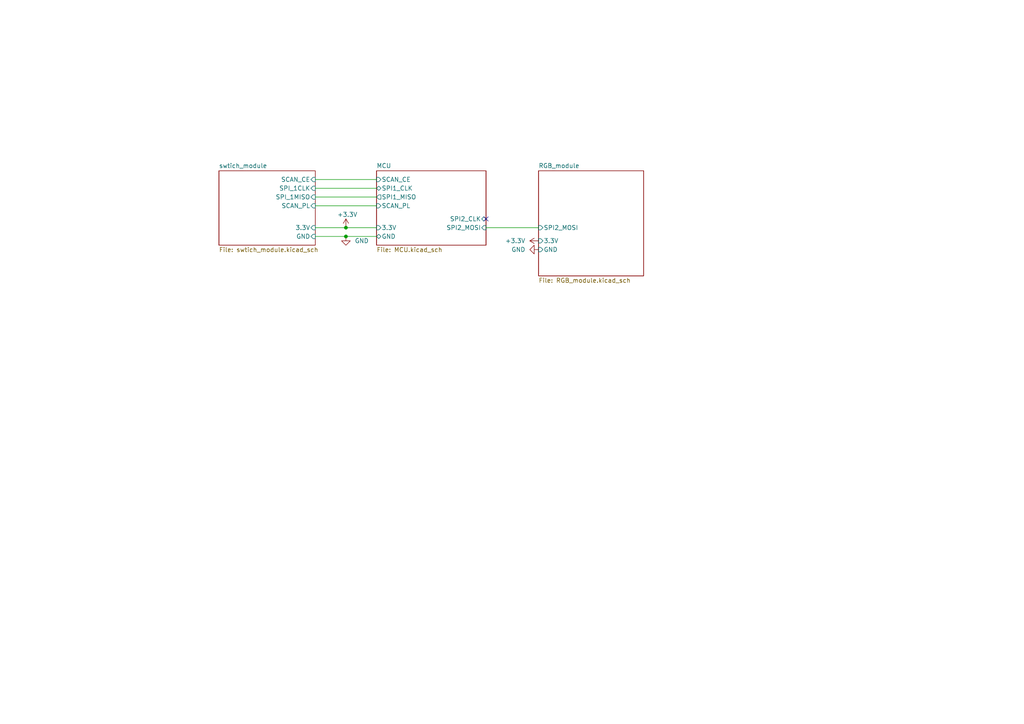
<source format=kicad_sch>
(kicad_sch (version 20211123) (generator eeschema)

  (uuid 764683c5-ab14-47c9-b3b8-9ee379bab909)

  (paper "A4")

  (lib_symbols
    (symbol "power:+3.3V" (power) (pin_names (offset 0)) (in_bom yes) (on_board yes)
      (property "Reference" "#PWR" (id 0) (at 0 -3.81 0)
        (effects (font (size 1.27 1.27)) hide)
      )
      (property "Value" "+3.3V" (id 1) (at 0 3.556 0)
        (effects (font (size 1.27 1.27)))
      )
      (property "Footprint" "" (id 2) (at 0 0 0)
        (effects (font (size 1.27 1.27)) hide)
      )
      (property "Datasheet" "" (id 3) (at 0 0 0)
        (effects (font (size 1.27 1.27)) hide)
      )
      (property "ki_keywords" "power-flag" (id 4) (at 0 0 0)
        (effects (font (size 1.27 1.27)) hide)
      )
      (property "ki_description" "Power symbol creates a global label with name \"+3.3V\"" (id 5) (at 0 0 0)
        (effects (font (size 1.27 1.27)) hide)
      )
      (symbol "+3.3V_0_1"
        (polyline
          (pts
            (xy -0.762 1.27)
            (xy 0 2.54)
          )
          (stroke (width 0) (type default) (color 0 0 0 0))
          (fill (type none))
        )
        (polyline
          (pts
            (xy 0 0)
            (xy 0 2.54)
          )
          (stroke (width 0) (type default) (color 0 0 0 0))
          (fill (type none))
        )
        (polyline
          (pts
            (xy 0 2.54)
            (xy 0.762 1.27)
          )
          (stroke (width 0) (type default) (color 0 0 0 0))
          (fill (type none))
        )
      )
      (symbol "+3.3V_1_1"
        (pin power_in line (at 0 0 90) (length 0) hide
          (name "+3.3V" (effects (font (size 1.27 1.27))))
          (number "1" (effects (font (size 1.27 1.27))))
        )
      )
    )
    (symbol "power:GND" (power) (pin_names (offset 0)) (in_bom yes) (on_board yes)
      (property "Reference" "#PWR" (id 0) (at 0 -6.35 0)
        (effects (font (size 1.27 1.27)) hide)
      )
      (property "Value" "GND" (id 1) (at 0 -3.81 0)
        (effects (font (size 1.27 1.27)))
      )
      (property "Footprint" "" (id 2) (at 0 0 0)
        (effects (font (size 1.27 1.27)) hide)
      )
      (property "Datasheet" "" (id 3) (at 0 0 0)
        (effects (font (size 1.27 1.27)) hide)
      )
      (property "ki_keywords" "power-flag" (id 4) (at 0 0 0)
        (effects (font (size 1.27 1.27)) hide)
      )
      (property "ki_description" "Power symbol creates a global label with name \"GND\" , ground" (id 5) (at 0 0 0)
        (effects (font (size 1.27 1.27)) hide)
      )
      (symbol "GND_0_1"
        (polyline
          (pts
            (xy 0 0)
            (xy 0 -1.27)
            (xy 1.27 -1.27)
            (xy 0 -2.54)
            (xy -1.27 -1.27)
            (xy 0 -1.27)
          )
          (stroke (width 0) (type default) (color 0 0 0 0))
          (fill (type none))
        )
      )
      (symbol "GND_1_1"
        (pin power_in line (at 0 0 270) (length 0) hide
          (name "GND" (effects (font (size 1.27 1.27))))
          (number "1" (effects (font (size 1.27 1.27))))
        )
      )
    )
  )

  (junction (at 100.33 66.04) (diameter 0) (color 0 0 0 0)
    (uuid 7351b99d-0181-44c6-bda8-af9552bb667d)
  )
  (junction (at 100.33 68.58) (diameter 0) (color 0 0 0 0)
    (uuid a6811f48-d979-48f7-a9ee-77742b1a73fe)
  )

  (no_connect (at 140.97 63.5) (uuid eb567358-f3f8-4070-bed5-c00ffad4433f))

  (wire (pts (xy 91.44 57.15) (xy 109.22 57.15))
    (stroke (width 0) (type default) (color 0 0 0 0))
    (uuid 09a295ee-8561-432e-8268-7997fcecf745)
  )
  (wire (pts (xy 91.44 52.07) (xy 109.22 52.07))
    (stroke (width 0) (type default) (color 0 0 0 0))
    (uuid 1a5a69f5-c0ce-4eb1-af54-ee21d1db3780)
  )
  (wire (pts (xy 91.44 59.69) (xy 109.22 59.69))
    (stroke (width 0) (type default) (color 0 0 0 0))
    (uuid 5177a9ce-673d-4011-9c24-67efe695a556)
  )
  (wire (pts (xy 91.44 68.58) (xy 100.33 68.58))
    (stroke (width 0) (type default) (color 0 0 0 0))
    (uuid 79201d8d-a623-41e5-b835-56e7327bd777)
  )
  (wire (pts (xy 100.33 66.04) (xy 109.22 66.04))
    (stroke (width 0) (type default) (color 0 0 0 0))
    (uuid 80b21afd-9207-4955-89ca-e8be1318d1ab)
  )
  (wire (pts (xy 100.33 68.58) (xy 109.22 68.58))
    (stroke (width 0) (type default) (color 0 0 0 0))
    (uuid 80e992b1-2ad0-4843-83e6-06e6792e6ded)
  )
  (wire (pts (xy 91.44 66.04) (xy 100.33 66.04))
    (stroke (width 0) (type default) (color 0 0 0 0))
    (uuid 8efe7bb1-0517-4637-9c54-af3e9c41ab04)
  )
  (wire (pts (xy 91.44 54.61) (xy 109.22 54.61))
    (stroke (width 0) (type default) (color 0 0 0 0))
    (uuid abc5da1c-9677-4e3e-95da-ee0cf6a150e9)
  )
  (wire (pts (xy 140.97 66.04) (xy 156.21 66.04))
    (stroke (width 0) (type default) (color 0 0 0 0))
    (uuid bbee9cb9-a1d4-4918-816b-ae2373691fef)
  )

  (symbol (lib_id "power:+3.3V") (at 156.21 69.85 90) (unit 1)
    (in_bom yes) (on_board yes) (fields_autoplaced)
    (uuid bb609487-42fc-4f02-8373-364a4ceaab1a)
    (property "Reference" "#PWR03" (id 0) (at 160.02 69.85 0)
      (effects (font (size 1.27 1.27)) hide)
    )
    (property "Value" "+3.3V" (id 1) (at 152.4 69.8499 90)
      (effects (font (size 1.27 1.27)) (justify left))
    )
    (property "Footprint" "" (id 2) (at 156.21 69.85 0)
      (effects (font (size 1.27 1.27)) hide)
    )
    (property "Datasheet" "" (id 3) (at 156.21 69.85 0)
      (effects (font (size 1.27 1.27)) hide)
    )
    (pin "1" (uuid 35624c3e-338d-4527-9bb5-0322c80e7ed4))
  )

  (symbol (lib_id "power:GND") (at 100.33 68.58 0) (unit 1)
    (in_bom yes) (on_board yes) (fields_autoplaced)
    (uuid c009a638-e980-4c3d-a517-913d8354c46d)
    (property "Reference" "#PWR02" (id 0) (at 100.33 74.93 0)
      (effects (font (size 1.27 1.27)) hide)
    )
    (property "Value" "GND" (id 1) (at 102.87 69.8499 0)
      (effects (font (size 1.27 1.27)) (justify left))
    )
    (property "Footprint" "" (id 2) (at 100.33 68.58 0)
      (effects (font (size 1.27 1.27)) hide)
    )
    (property "Datasheet" "" (id 3) (at 100.33 68.58 0)
      (effects (font (size 1.27 1.27)) hide)
    )
    (pin "1" (uuid c0eab9a6-16fe-4ac8-bd3e-4bd9d415d6fd))
  )

  (symbol (lib_id "power:+3.3V") (at 100.33 66.04 0) (unit 1)
    (in_bom yes) (on_board yes)
    (uuid d5524b9d-8b14-4fa1-8d10-8afe2d8cf3d5)
    (property "Reference" "#PWR01" (id 0) (at 100.33 69.85 0)
      (effects (font (size 1.27 1.27)) hide)
    )
    (property "Value" "+3.3V" (id 1) (at 97.79 62.23 0)
      (effects (font (size 1.27 1.27)) (justify left))
    )
    (property "Footprint" "" (id 2) (at 100.33 66.04 0)
      (effects (font (size 1.27 1.27)) hide)
    )
    (property "Datasheet" "" (id 3) (at 100.33 66.04 0)
      (effects (font (size 1.27 1.27)) hide)
    )
    (pin "1" (uuid 8716af56-91c0-416e-8c71-dd32170f1857))
  )

  (symbol (lib_id "power:GND") (at 156.21 72.39 270) (unit 1)
    (in_bom yes) (on_board yes) (fields_autoplaced)
    (uuid e763e984-b3f8-4853-bcfc-a1e15ee1637f)
    (property "Reference" "#PWR04" (id 0) (at 149.86 72.39 0)
      (effects (font (size 1.27 1.27)) hide)
    )
    (property "Value" "GND" (id 1) (at 152.4 72.3899 90)
      (effects (font (size 1.27 1.27)) (justify right))
    )
    (property "Footprint" "" (id 2) (at 156.21 72.39 0)
      (effects (font (size 1.27 1.27)) hide)
    )
    (property "Datasheet" "" (id 3) (at 156.21 72.39 0)
      (effects (font (size 1.27 1.27)) hide)
    )
    (pin "1" (uuid 1bdd2541-4bb8-4fb1-bc92-e121623ff427))
  )

  (sheet (at 156.21 49.53) (size 30.48 30.48) (fields_autoplaced)
    (stroke (width 0.1524) (type solid) (color 0 0 0 0))
    (fill (color 0 0 0 0.0000))
    (uuid 79706027-7fb4-4ad5-a4f8-a1c130dbb83e)
    (property "Sheet name" "RGB_module" (id 0) (at 156.21 48.8184 0)
      (effects (font (size 1.27 1.27)) (justify left bottom))
    )
    (property "Sheet file" "RGB_module.kicad_sch" (id 1) (at 156.21 80.5946 0)
      (effects (font (size 1.27 1.27)) (justify left top))
    )
    (pin "3.3V" input (at 156.21 69.85 180)
      (effects (font (size 1.27 1.27)) (justify left))
      (uuid 19d5c892-a1d3-4594-827d-e95c81afb25e)
    )
    (pin "GND" input (at 156.21 72.39 180)
      (effects (font (size 1.27 1.27)) (justify left))
      (uuid b9f0855a-c710-4eb4-9bce-36e7f4afaf7f)
    )
    (pin "SPI2_MOSI" input (at 156.21 66.04 180)
      (effects (font (size 1.27 1.27)) (justify left))
      (uuid 1ca5205b-61e0-46d2-8f46-8f927fb833dc)
    )
  )

  (sheet (at 63.5 49.53) (size 27.94 21.59) (fields_autoplaced)
    (stroke (width 0.1524) (type solid) (color 0 0 0 0))
    (fill (color 0 0 0 0.0000))
    (uuid a71823fa-5d62-439d-a37f-77904098eafd)
    (property "Sheet name" "swtich_module" (id 0) (at 63.5 48.8184 0)
      (effects (font (size 1.27 1.27)) (justify left bottom))
    )
    (property "Sheet file" "swtich_module.kicad_sch" (id 1) (at 63.5 71.7046 0)
      (effects (font (size 1.27 1.27)) (justify left top))
    )
    (pin "GND" input (at 91.44 68.58 0)
      (effects (font (size 1.27 1.27)) (justify right))
      (uuid 91fd1dba-c60e-43cd-9ed8-f9a209014187)
    )
    (pin "3.3V" input (at 91.44 66.04 0)
      (effects (font (size 1.27 1.27)) (justify right))
      (uuid 174e24a6-79a0-4301-bebe-06bd38da6818)
    )
    (pin "SCAN_PL" input (at 91.44 59.69 0)
      (effects (font (size 1.27 1.27)) (justify right))
      (uuid 4b4f499a-21fa-4715-b990-697efa754750)
    )
    (pin "SPI_1CLK" input (at 91.44 54.61 0)
      (effects (font (size 1.27 1.27)) (justify right))
      (uuid efa42899-10df-46b7-b23c-2fbadd5e8298)
    )
    (pin "SCAN_CE" input (at 91.44 52.07 0)
      (effects (font (size 1.27 1.27)) (justify right))
      (uuid 3a60c40f-2d0b-47d2-a66f-6362aadd5a2e)
    )
    (pin "SPI_1MISO" input (at 91.44 57.15 0)
      (effects (font (size 1.27 1.27)) (justify right))
      (uuid 8e9bd989-da6c-4d64-abcd-61c8eea73a30)
    )
  )

  (sheet (at 109.22 49.53) (size 31.75 21.59) (fields_autoplaced)
    (stroke (width 0.1524) (type solid) (color 0 0 0 0))
    (fill (color 0 0 0 0.0000))
    (uuid de2d01bc-f98d-4ad9-8bd4-15a00dcfa803)
    (property "Sheet name" "MCU" (id 0) (at 109.22 48.8184 0)
      (effects (font (size 1.27 1.27)) (justify left bottom))
    )
    (property "Sheet file" "MCU.kicad_sch" (id 1) (at 109.22 71.7046 0)
      (effects (font (size 1.27 1.27)) (justify left top))
    )
    (pin "3.3V" input (at 109.22 66.04 180)
      (effects (font (size 1.27 1.27)) (justify left))
      (uuid 66179e3a-4358-4087-8415-ab4ff1971bcc)
    )
    (pin "SCAN_CE" input (at 109.22 52.07 180)
      (effects (font (size 1.27 1.27)) (justify left))
      (uuid 375465a3-0754-40e8-b0c3-9b14cae6bf71)
    )
    (pin "SPI1_CLK" bidirectional (at 109.22 54.61 180)
      (effects (font (size 1.27 1.27)) (justify left))
      (uuid ac66cff2-23e6-4c2d-ad35-1e5c824cd961)
    )
    (pin "SPI1_MISO" output (at 109.22 57.15 180)
      (effects (font (size 1.27 1.27)) (justify left))
      (uuid 9acc7388-e9f2-42ff-a778-4caf452db8f0)
    )
    (pin "SCAN_PL" input (at 109.22 59.69 180)
      (effects (font (size 1.27 1.27)) (justify left))
      (uuid efd6a3fa-1559-4c7d-b59f-6b3093e8bc8d)
    )
    (pin "GND" bidirectional (at 109.22 68.58 180)
      (effects (font (size 1.27 1.27)) (justify left))
      (uuid e8120c9d-ea25-4312-8918-a710ee7a1445)
    )
    (pin "SPI2_CLK" bidirectional (at 140.97 63.5 0)
      (effects (font (size 1.27 1.27)) (justify right))
      (uuid f1331d05-b3a0-48f5-bb73-a73b08d3b3c8)
    )
    (pin "SPI2_MOSI" input (at 140.97 66.04 0)
      (effects (font (size 1.27 1.27)) (justify right))
      (uuid 4b841c4e-b37c-48c6-ad3d-d17a12b3529f)
    )
  )

  (sheet_instances
    (path "/" (page "1"))
    (path "/a71823fa-5d62-439d-a37f-77904098eafd" (page "2"))
    (path "/79706027-7fb4-4ad5-a4f8-a1c130dbb83e" (page "3"))
    (path "/de2d01bc-f98d-4ad9-8bd4-15a00dcfa803" (page "4"))
  )

  (symbol_instances
    (path "/d5524b9d-8b14-4fa1-8d10-8afe2d8cf3d5"
      (reference "#PWR01") (unit 1) (value "+3.3V") (footprint "")
    )
    (path "/c009a638-e980-4c3d-a517-913d8354c46d"
      (reference "#PWR02") (unit 1) (value "GND") (footprint "")
    )
    (path "/bb609487-42fc-4f02-8373-364a4ceaab1a"
      (reference "#PWR03") (unit 1) (value "+3.3V") (footprint "")
    )
    (path "/e763e984-b3f8-4853-bcfc-a1e15ee1637f"
      (reference "#PWR04") (unit 1) (value "GND") (footprint "")
    )
    (path "/a71823fa-5d62-439d-a37f-77904098eafd/7706915e-c948-44fc-92cf-a859988ecde7"
      (reference "C1") (unit 1) (value "C") (footprint "Capacitor_SMD:C_0603_1608Metric")
    )
    (path "/a71823fa-5d62-439d-a37f-77904098eafd/7971b2c8-a25b-4c04-9923-01cc91ae5a15"
      (reference "C2") (unit 1) (value "4.7nF") (footprint "Capacitor_SMD:C_0603_1608Metric")
    )
    (path "/a71823fa-5d62-439d-a37f-77904098eafd/30a174f5-eab6-43fc-a860-22f951c058dd"
      (reference "C3") (unit 1) (value "4.7nF") (footprint "Capacitor_SMD:C_0603_1608Metric")
    )
    (path "/de2d01bc-f98d-4ad9-8bd4-15a00dcfa803/3d96c0ab-ef19-4053-9f4b-76f8d51f2e2f"
      (reference "C4") (unit 1) (value "22pF") (footprint "Capacitor_SMD:C_0603_1608Metric")
    )
    (path "/de2d01bc-f98d-4ad9-8bd4-15a00dcfa803/8f1a2aee-5d9a-438c-808b-f1d760f3ae96"
      (reference "C5") (unit 1) (value "22pF") (footprint "Capacitor_SMD:C_0603_1608Metric")
    )
    (path "/de2d01bc-f98d-4ad9-8bd4-15a00dcfa803/c45afa7b-4ece-48a6-9166-9597aa8e59d8"
      (reference "C6") (unit 1) (value "0.1uF") (footprint "Capacitor_SMD:C_0603_1608Metric")
    )
    (path "/de2d01bc-f98d-4ad9-8bd4-15a00dcfa803/49c188d0-4fcb-4671-9434-94779e0b7393"
      (reference "C7") (unit 1) (value "100nF") (footprint "Capacitor_SMD:C_0603_1608Metric")
    )
    (path "/de2d01bc-f98d-4ad9-8bd4-15a00dcfa803/887db2bb-32c7-40ba-b949-626e8c98feff"
      (reference "C8") (unit 1) (value "104") (footprint "Capacitor_SMD:C_0603_1608Metric")
    )
    (path "/de2d01bc-f98d-4ad9-8bd4-15a00dcfa803/f0e22ce1-7311-48d2-ac5c-12e5d085f790"
      (reference "C9") (unit 1) (value "104") (footprint "Capacitor_SMD:C_0603_1608Metric")
    )
    (path "/de2d01bc-f98d-4ad9-8bd4-15a00dcfa803/28938dd7-ca3e-4269-9634-79d4c9b3808e"
      (reference "C10") (unit 1) (value "0.1uF") (footprint "Capacitor_SMD:C_0603_1608Metric")
    )
    (path "/de2d01bc-f98d-4ad9-8bd4-15a00dcfa803/e6495425-56cb-4ae9-af24-e8c379268e30"
      (reference "C11") (unit 1) (value "0.1uF") (footprint "Capacitor_SMD:C_0603_1608Metric")
    )
    (path "/de2d01bc-f98d-4ad9-8bd4-15a00dcfa803/93433a81-da74-4852-8642-5b3385725dd2"
      (reference "C12") (unit 1) (value "0.1uF") (footprint "Capacitor_SMD:C_0603_1608Metric")
    )
    (path "/de2d01bc-f98d-4ad9-8bd4-15a00dcfa803/70e0c1af-6282-4c47-9606-c3abac3e3866"
      (reference "C13") (unit 1) (value "0.1uF") (footprint "Capacitor_SMD:C_0603_1608Metric")
    )
    (path "/de2d01bc-f98d-4ad9-8bd4-15a00dcfa803/42b5db79-c15c-42b3-8682-d9c39fbb408b"
      (reference "C14") (unit 1) (value "22pF") (footprint "Capacitor_SMD:C_0603_1608Metric")
    )
    (path "/de2d01bc-f98d-4ad9-8bd4-15a00dcfa803/19c64184-eb39-478d-a4ee-a250ea900be4"
      (reference "C15") (unit 1) (value "22pF") (footprint "Capacitor_SMD:C_0603_1608Metric")
    )
    (path "/de2d01bc-f98d-4ad9-8bd4-15a00dcfa803/297568a7-104c-4ccf-a827-8becb192f2c7"
      (reference "C16") (unit 1) (value "0.1uF") (footprint "Capacitor_SMD:C_0603_1608Metric")
    )
    (path "/de2d01bc-f98d-4ad9-8bd4-15a00dcfa803/e7756465-63b7-4f03-b903-800b334bff03"
      (reference "C17") (unit 1) (value "1uF") (footprint "Capacitor_SMD:C_0603_1608Metric")
    )
    (path "/de2d01bc-f98d-4ad9-8bd4-15a00dcfa803/036de6b6-58d2-4577-bf72-6ae377204c12"
      (reference "C18") (unit 1) (value "10uF") (footprint "Capacitor_SMD:C_1206_3216Metric")
    )
    (path "/de2d01bc-f98d-4ad9-8bd4-15a00dcfa803/477efee1-d4af-4101-b402-92360db60b89"
      (reference "D1") (unit 1) (value "1N4148W") (footprint "Diode_SMD:D_SOD-123")
    )
    (path "/de2d01bc-f98d-4ad9-8bd4-15a00dcfa803/7df8ad85-2d5e-4919-b9f5-ca297dcb229c"
      (reference "D2") (unit 1) (value "LED") (footprint "LED_SMD:LED_0805_2012Metric")
    )
    (path "/de2d01bc-f98d-4ad9-8bd4-15a00dcfa803/e60dfbe2-0449-47ab-bbc6-cac38758bc3f"
      (reference "D3") (unit 1) (value "1N4007") (footprint "Diode_SMD:D_SOD-123F")
    )
    (path "/de2d01bc-f98d-4ad9-8bd4-15a00dcfa803/64a9a986-5eb4-4fbb-8c05-767ba62325fc"
      (reference "D4") (unit 1) (value "LED") (footprint "LED_SMD:LED_0805_2012Metric")
    )
    (path "/de2d01bc-f98d-4ad9-8bd4-15a00dcfa803/fc974437-1e7d-4da0-a7e2-e069d8d384e9"
      (reference "D5") (unit 1) (value "1N4007") (footprint "Diode_SMD:D_SOD-123F")
    )
    (path "/a71823fa-5d62-439d-a37f-77904098eafd/51203dad-bfeb-45e4-8701-c63208706f41"
      (reference "J1") (unit 1) (value "FPC") (footprint "EnergyVortex:FPC-0.5mm-6PIN")
    )
    (path "/de2d01bc-f98d-4ad9-8bd4-15a00dcfa803/ab12d657-21a7-410c-9779-be9772335315"
      (reference "J2") (unit 1) (value "Conn_02x04_Odd_Even") (footprint "Connector_PinHeader_2.54mm:PinHeader_2x04_P2.54mm_Vertical")
    )
    (path "/de2d01bc-f98d-4ad9-8bd4-15a00dcfa803/aa7e1903-1c3c-46f1-9dc0-96c5f8b580bb"
      (reference "J3") (unit 1) (value "Conn_01x04") (footprint "Connector_PinHeader_2.54mm:PinHeader_1x04_P2.54mm_Vertical")
    )
    (path "/de2d01bc-f98d-4ad9-8bd4-15a00dcfa803/f1222669-b761-42da-8276-0385a89cf04c"
      (reference "J4") (unit 1) (value "USB_C_Receptacle_USB2.0") (footprint "EnergyVortex:USB_C_Receptacle_HRO_TYPE-C-31-M-12")
    )
    (path "/de2d01bc-f98d-4ad9-8bd4-15a00dcfa803/6e3b8edd-6bc5-48b3-aa6d-4d01fe701870"
      (reference "J5") (unit 1) (value "USB_C_Receptacle_USB2.0") (footprint "EnergyVortex:USB_C_Receptacle_HRO_TYPE-C-31-M-12")
    )
    (path "/de2d01bc-f98d-4ad9-8bd4-15a00dcfa803/6dafd5be-c77d-4f0d-9ee1-b7f0ee3ee581"
      (reference "J6") (unit 1) (value "Conn_02x18_Odd_Even") (footprint "Connector_PinHeader_2.54mm:PinHeader_2x18_P2.54mm_Vertical")
    )
    (path "/de2d01bc-f98d-4ad9-8bd4-15a00dcfa803/aa2ff5e8-8a27-4249-981d-06ab5a61f1d9"
      (reference "J7") (unit 1) (value "Conn_01x03") (footprint "")
    )
    (path "/de2d01bc-f98d-4ad9-8bd4-15a00dcfa803/cdf95b3e-8230-40d6-81c0-1f3386a3940a"
      (reference "JP1") (unit 1) (value "SolderJumper_2_Open") (footprint "Jumper:SolderJumper-2_P1.3mm_Open_TrianglePad1.0x1.5mm")
    )
    (path "/de2d01bc-f98d-4ad9-8bd4-15a00dcfa803/f04c42d7-e647-4951-9cf0-c959566a462f"
      (reference "JP2") (unit 1) (value "SolderJumper_2_Open") (footprint "Jumper:SolderJumper-2_P1.3mm_Open_TrianglePad1.0x1.5mm")
    )
    (path "/79706027-7fb4-4ad5-a4f8-a1c130dbb83e/068065eb-f2ba-4c2a-a3ff-5b0293b4ce3d"
      (reference "LED1") (unit 1) (value "WS2812B-2020") (footprint "EnergyVortex:WS2812B2020")
    )
    (path "/79706027-7fb4-4ad5-a4f8-a1c130dbb83e/ce71dc36-209a-4151-b7ac-7a7c99cb23d7"
      (reference "LED2") (unit 1) (value "WS2812B-2020") (footprint "EnergyVortex:WS2812B2020")
    )
    (path "/79706027-7fb4-4ad5-a4f8-a1c130dbb83e/7f5caf15-02d3-4ca6-8695-e9494bed7739"
      (reference "LED3") (unit 1) (value "WS2812B-2020") (footprint "EnergyVortex:WS2812B2020")
    )
    (path "/79706027-7fb4-4ad5-a4f8-a1c130dbb83e/ed9885cf-8edd-4f71-b5b3-d238479fcebf"
      (reference "LED4") (unit 1) (value "WS2812B-2020") (footprint "EnergyVortex:WS2812B2020")
    )
    (path "/79706027-7fb4-4ad5-a4f8-a1c130dbb83e/d945219b-3940-4cdf-bd1f-1f50f80c3dfc"
      (reference "LED5") (unit 1) (value "WS2812B-2020") (footprint "EnergyVortex:WS2812B2020")
    )
    (path "/79706027-7fb4-4ad5-a4f8-a1c130dbb83e/10fbe122-d8ca-4344-a4ce-f7e68b8bc59d"
      (reference "LED6") (unit 1) (value "WS2812B-2020") (footprint "EnergyVortex:WS2812B2020")
    )
    (path "/79706027-7fb4-4ad5-a4f8-a1c130dbb83e/da8b5f60-0329-40f3-95be-0c6a40f3a9ca"
      (reference "LED7") (unit 1) (value "WS2812B-2020") (footprint "EnergyVortex:WS2812B2020")
    )
    (path "/79706027-7fb4-4ad5-a4f8-a1c130dbb83e/5fd3051d-61b5-4b59-9310-65860be463ad"
      (reference "LED8") (unit 1) (value "WS2812B-2020") (footprint "EnergyVortex:WS2812B2020")
    )
    (path "/79706027-7fb4-4ad5-a4f8-a1c130dbb83e/a9b356ff-8f7b-4e8d-8ece-74a0d4d234f7"
      (reference "LED9") (unit 1) (value "WS2812B-2020") (footprint "EnergyVortex:WS2812B2020")
    )
    (path "/79706027-7fb4-4ad5-a4f8-a1c130dbb83e/272cf265-fb5d-4ef4-83b3-0c379d47be78"
      (reference "LED10") (unit 1) (value "WS2812B-2020") (footprint "EnergyVortex:WS2812B2020")
    )
    (path "/79706027-7fb4-4ad5-a4f8-a1c130dbb83e/5b18db39-faa1-403c-9f53-78fc7602bfbc"
      (reference "LED11") (unit 1) (value "WS2812B-2020") (footprint "EnergyVortex:WS2812B2020")
    )
    (path "/79706027-7fb4-4ad5-a4f8-a1c130dbb83e/d413b557-2a87-46ba-b77c-418c31f10940"
      (reference "LED12") (unit 1) (value "WS2812B-2020") (footprint "EnergyVortex:WS2812B2020")
    )
    (path "/79706027-7fb4-4ad5-a4f8-a1c130dbb83e/ad56606a-4e5c-4730-9cc1-fb93e700a45e"
      (reference "LED13") (unit 1) (value "WS2812B-2020") (footprint "EnergyVortex:WS2812B2020")
    )
    (path "/79706027-7fb4-4ad5-a4f8-a1c130dbb83e/80f745bd-7d8c-439d-b2f7-f65fe4fad7ba"
      (reference "LED14") (unit 1) (value "WS2812B-2020") (footprint "EnergyVortex:WS2812B2020")
    )
    (path "/79706027-7fb4-4ad5-a4f8-a1c130dbb83e/35ed779f-383c-40e6-b7f0-8d095548ee7d"
      (reference "LED15") (unit 1) (value "WS2812B-2020") (footprint "EnergyVortex:WS2812B2020")
    )
    (path "/79706027-7fb4-4ad5-a4f8-a1c130dbb83e/65776805-cb75-4aa8-9f77-f4416a0cf0d9"
      (reference "LED16") (unit 1) (value "WS2812B-2020") (footprint "EnergyVortex:WS2812B2020")
    )
    (path "/79706027-7fb4-4ad5-a4f8-a1c130dbb83e/c52d0e59-955c-4b0a-a4d4-bf905a241692"
      (reference "LED17") (unit 1) (value "WS2812B-2020") (footprint "EnergyVortex:WS2812B2020")
    )
    (path "/79706027-7fb4-4ad5-a4f8-a1c130dbb83e/d022ec03-a0c7-47f4-8d6e-effbc2311609"
      (reference "LED18") (unit 1) (value "WS2812B-2020") (footprint "EnergyVortex:WS2812B2020")
    )
    (path "/79706027-7fb4-4ad5-a4f8-a1c130dbb83e/70109a29-da9c-4239-b229-64ff0dedd039"
      (reference "LED19") (unit 1) (value "WS2812B-2020") (footprint "EnergyVortex:WS2812B2020")
    )
    (path "/79706027-7fb4-4ad5-a4f8-a1c130dbb83e/6313aeaa-6e52-462f-aa62-cdf604382051"
      (reference "LED20") (unit 1) (value "WS2812B-2020") (footprint "EnergyVortex:WS2812B2020")
    )
    (path "/79706027-7fb4-4ad5-a4f8-a1c130dbb83e/1b26061d-c0df-42de-a8cc-0095b145f09e"
      (reference "LED21") (unit 1) (value "WS2812B-2020") (footprint "EnergyVortex:WS2812B2020")
    )
    (path "/79706027-7fb4-4ad5-a4f8-a1c130dbb83e/751ec3ff-23bf-4257-8a20-cde602e43d81"
      (reference "LED22") (unit 1) (value "WS2812B-2020") (footprint "EnergyVortex:WS2812B2020")
    )
    (path "/79706027-7fb4-4ad5-a4f8-a1c130dbb83e/c1afd448-a11a-4e8e-a1d2-5161b30bf43d"
      (reference "LED23") (unit 1) (value "WS2812B-2020") (footprint "EnergyVortex:WS2812B2020")
    )
    (path "/79706027-7fb4-4ad5-a4f8-a1c130dbb83e/e931b3ac-450d-4b1a-a48c-e04bc9c8f44b"
      (reference "LED24") (unit 1) (value "WS2812B-2020") (footprint "EnergyVortex:WS2812B2020")
    )
    (path "/79706027-7fb4-4ad5-a4f8-a1c130dbb83e/3bd76329-5cc0-4a54-99dd-a04af6dc23c1"
      (reference "LED25") (unit 1) (value "WS2812B-2020") (footprint "EnergyVortex:WS2812B2020")
    )
    (path "/79706027-7fb4-4ad5-a4f8-a1c130dbb83e/7c5f8c02-c5dc-4b6c-82b9-ef245ffc23e0"
      (reference "LED26") (unit 1) (value "WS2812B-2020") (footprint "EnergyVortex:WS2812B2020")
    )
    (path "/79706027-7fb4-4ad5-a4f8-a1c130dbb83e/6afd1220-2e2e-4e72-99c7-ea7c78e8a380"
      (reference "LED27") (unit 1) (value "WS2812B-2020") (footprint "EnergyVortex:WS2812B2020")
    )
    (path "/79706027-7fb4-4ad5-a4f8-a1c130dbb83e/8b8dbffd-92a8-40ca-98ff-7d1fb6681314"
      (reference "LED28") (unit 1) (value "WS2812B-2020") (footprint "EnergyVortex:WS2812B2020")
    )
    (path "/79706027-7fb4-4ad5-a4f8-a1c130dbb83e/b1e1380e-420f-4745-bbf5-dd33951f9b1c"
      (reference "LED29") (unit 1) (value "WS2812B-2020") (footprint "EnergyVortex:WS2812B2020")
    )
    (path "/79706027-7fb4-4ad5-a4f8-a1c130dbb83e/eab8c414-320b-4b9f-88b8-a5206c0f6c09"
      (reference "LED30") (unit 1) (value "WS2812B-2020") (footprint "EnergyVortex:WS2812B2020")
    )
    (path "/79706027-7fb4-4ad5-a4f8-a1c130dbb83e/6b0768c8-2aef-434f-ab06-d4911862b471"
      (reference "LED31") (unit 1) (value "WS2812B-2020") (footprint "EnergyVortex:WS2812B2020")
    )
    (path "/79706027-7fb4-4ad5-a4f8-a1c130dbb83e/8375c44e-d0f7-46f9-a7de-03122489a364"
      (reference "LED32") (unit 1) (value "WS2812B-2020") (footprint "EnergyVortex:WS2812B2020")
    )
    (path "/79706027-7fb4-4ad5-a4f8-a1c130dbb83e/73d142ae-2400-442c-a50b-d67f86886548"
      (reference "LED33") (unit 1) (value "WS2812B-2020") (footprint "EnergyVortex:WS2812B2020")
    )
    (path "/79706027-7fb4-4ad5-a4f8-a1c130dbb83e/f3458d4a-01e5-4b12-bab5-f38b4ad161ca"
      (reference "LED34") (unit 1) (value "WS2812B-2020") (footprint "EnergyVortex:WS2812B2020")
    )
    (path "/79706027-7fb4-4ad5-a4f8-a1c130dbb83e/879851ea-1546-47c1-b131-046bd4ef88eb"
      (reference "LED35") (unit 1) (value "WS2812B-2020") (footprint "EnergyVortex:WS2812B2020")
    )
    (path "/79706027-7fb4-4ad5-a4f8-a1c130dbb83e/a16b3974-4dc4-42d2-9039-2fd4063da49b"
      (reference "LED36") (unit 1) (value "WS2812B-2020") (footprint "EnergyVortex:WS2812B2020")
    )
    (path "/79706027-7fb4-4ad5-a4f8-a1c130dbb83e/89829e36-d687-4f37-ae0a-7b9fed8fb4d9"
      (reference "LED37") (unit 1) (value "WS2812B-2020") (footprint "EnergyVortex:WS2812B2020")
    )
    (path "/79706027-7fb4-4ad5-a4f8-a1c130dbb83e/18ae6c83-7263-483d-b3ce-e62c3040375f"
      (reference "LED38") (unit 1) (value "WS2812B-2020") (footprint "EnergyVortex:WS2812B2020")
    )
    (path "/79706027-7fb4-4ad5-a4f8-a1c130dbb83e/65c57aaf-d8d5-4a38-b8cd-05a5838e52f2"
      (reference "LED39") (unit 1) (value "WS2812B-2020") (footprint "EnergyVortex:WS2812B2020")
    )
    (path "/79706027-7fb4-4ad5-a4f8-a1c130dbb83e/d9f6828e-3a63-4447-ad1a-14408803c6bc"
      (reference "LED40") (unit 1) (value "WS2812B-2020") (footprint "EnergyVortex:WS2812B2020")
    )
    (path "/79706027-7fb4-4ad5-a4f8-a1c130dbb83e/6d4bfd5c-8705-4354-8534-15cc101ed2c4"
      (reference "LED41") (unit 1) (value "WS2812B-2020") (footprint "EnergyVortex:WS2812B2020")
    )
    (path "/79706027-7fb4-4ad5-a4f8-a1c130dbb83e/f7a1fd8a-5dc7-42ad-badf-d63cacdf4507"
      (reference "LED42") (unit 1) (value "WS2812B-2020") (footprint "EnergyVortex:WS2812B2020")
    )
    (path "/79706027-7fb4-4ad5-a4f8-a1c130dbb83e/32635b23-5303-4bf5-8b83-5469ebe63654"
      (reference "LED43") (unit 1) (value "WS2812B-2020") (footprint "EnergyVortex:WS2812B2020")
    )
    (path "/79706027-7fb4-4ad5-a4f8-a1c130dbb83e/77362304-d2ed-4ef3-aa7d-66a45a59f54f"
      (reference "LED44") (unit 1) (value "WS2812B-2020") (footprint "EnergyVortex:WS2812B2020")
    )
    (path "/79706027-7fb4-4ad5-a4f8-a1c130dbb83e/b958f298-30d3-4d7a-ba19-3687e1b4aca3"
      (reference "LED45") (unit 1) (value "WS2812B-2020") (footprint "EnergyVortex:WS2812B2020")
    )
    (path "/79706027-7fb4-4ad5-a4f8-a1c130dbb83e/c31b4862-fcfd-4b58-b73f-498eb5618c03"
      (reference "LED46") (unit 1) (value "WS2812B-2020") (footprint "EnergyVortex:WS2812B2020")
    )
    (path "/79706027-7fb4-4ad5-a4f8-a1c130dbb83e/a7ff0770-e509-45d8-8d1f-5ac888362ceb"
      (reference "LED47") (unit 1) (value "WS2812B-2020") (footprint "EnergyVortex:WS2812B2020")
    )
    (path "/79706027-7fb4-4ad5-a4f8-a1c130dbb83e/3ad6a0e2-8951-46d0-b2ec-16ba6dc2b5f8"
      (reference "LED48") (unit 1) (value "WS2812B-2020") (footprint "EnergyVortex:WS2812B2020")
    )
    (path "/79706027-7fb4-4ad5-a4f8-a1c130dbb83e/30c20107-1ac0-4862-9074-1eba4ad57514"
      (reference "LED49") (unit 1) (value "WS2812B-2020") (footprint "EnergyVortex:WS2812B2020")
    )
    (path "/79706027-7fb4-4ad5-a4f8-a1c130dbb83e/89c09fbe-fdb3-4408-a6d1-dabb5f09ac47"
      (reference "LED50") (unit 1) (value "WS2812B-2020") (footprint "EnergyVortex:WS2812B2020")
    )
    (path "/79706027-7fb4-4ad5-a4f8-a1c130dbb83e/5a594257-ae64-43df-9299-c48282b513af"
      (reference "LED51") (unit 1) (value "WS2812B-2020") (footprint "EnergyVortex:WS2812B2020")
    )
    (path "/79706027-7fb4-4ad5-a4f8-a1c130dbb83e/ec8a560c-8284-4e7f-98dd-2e307ff3877e"
      (reference "LED52") (unit 1) (value "WS2812B-2020") (footprint "EnergyVortex:WS2812B2020")
    )
    (path "/79706027-7fb4-4ad5-a4f8-a1c130dbb83e/6380846f-82ab-4828-9c13-d8c6ee709a0d"
      (reference "LED53") (unit 1) (value "WS2812B-2020") (footprint "EnergyVortex:WS2812B2020")
    )
    (path "/79706027-7fb4-4ad5-a4f8-a1c130dbb83e/32f311f2-7e70-452f-ba8b-a2f569a739fb"
      (reference "LED54") (unit 1) (value "WS2812B-2020") (footprint "EnergyVortex:WS2812B2020")
    )
    (path "/79706027-7fb4-4ad5-a4f8-a1c130dbb83e/156489bc-30b7-434f-a06d-1d93698f2421"
      (reference "LED55") (unit 1) (value "WS2812B-2020") (footprint "EnergyVortex:WS2812B2020")
    )
    (path "/79706027-7fb4-4ad5-a4f8-a1c130dbb83e/ee73f30d-cd9b-4895-914f-101a6bc30e75"
      (reference "LED56") (unit 1) (value "WS2812B-2020") (footprint "EnergyVortex:WS2812B2020")
    )
    (path "/79706027-7fb4-4ad5-a4f8-a1c130dbb83e/fd2776ad-d4e7-4e27-bc7c-beee22a54ea2"
      (reference "LED57") (unit 1) (value "WS2812B-2020") (footprint "EnergyVortex:WS2812B2020")
    )
    (path "/79706027-7fb4-4ad5-a4f8-a1c130dbb83e/23b3d23c-c486-42d5-9d9d-fbb480be892d"
      (reference "LED58") (unit 1) (value "WS2812B-2020") (footprint "EnergyVortex:WS2812B2020")
    )
    (path "/79706027-7fb4-4ad5-a4f8-a1c130dbb83e/9dfad032-9f03-4358-b6da-20eb652f1d2a"
      (reference "LED59") (unit 1) (value "WS2812B-2020") (footprint "EnergyVortex:WS2812B2020")
    )
    (path "/79706027-7fb4-4ad5-a4f8-a1c130dbb83e/872fc9ea-0567-4f26-805e-70e0eeb08edb"
      (reference "LED60") (unit 1) (value "WS2812B-2020") (footprint "EnergyVortex:WS2812B2020")
    )
    (path "/79706027-7fb4-4ad5-a4f8-a1c130dbb83e/3bec4374-3d65-4928-9948-402c80cb64be"
      (reference "LED61") (unit 1) (value "WS2812B-2020") (footprint "EnergyVortex:WS2812B2020")
    )
    (path "/79706027-7fb4-4ad5-a4f8-a1c130dbb83e/9dca1589-c533-4843-919e-52b5d0368168"
      (reference "LED62") (unit 1) (value "WS2812B-2020") (footprint "EnergyVortex:WS2812B2020")
    )
    (path "/79706027-7fb4-4ad5-a4f8-a1c130dbb83e/8ff9f8e5-b357-45b8-9ee5-ebb747667c9d"
      (reference "LED63") (unit 1) (value "WS2812B-2020") (footprint "EnergyVortex:WS2812B2020")
    )
    (path "/79706027-7fb4-4ad5-a4f8-a1c130dbb83e/ce578090-5095-4212-b2a9-7ea7de30da4c"
      (reference "LED64") (unit 1) (value "WS2812B-2020") (footprint "EnergyVortex:WS2812B2020")
    )
    (path "/79706027-7fb4-4ad5-a4f8-a1c130dbb83e/086cf820-064c-49db-a2c2-70809bc3da20"
      (reference "LED65") (unit 1) (value "WS2812B-2020") (footprint "EnergyVortex:WS2812B2020")
    )
    (path "/79706027-7fb4-4ad5-a4f8-a1c130dbb83e/82abdb41-c4cd-483c-80c8-d1ef2ec1fa24"
      (reference "LED66") (unit 1) (value "WS2812B-2020") (footprint "EnergyVortex:WS2812B2020")
    )
    (path "/79706027-7fb4-4ad5-a4f8-a1c130dbb83e/0db9a525-2869-46ad-ae9c-8cafee4f8860"
      (reference "LED67") (unit 1) (value "WS2812B-2020") (footprint "EnergyVortex:WS2812B2020")
    )
    (path "/79706027-7fb4-4ad5-a4f8-a1c130dbb83e/ad1aed2b-114b-4205-9395-9285e33f0dc6"
      (reference "LED69") (unit 1) (value "WS2812B-2020") (footprint "EnergyVortex:WS2812B2020")
    )
    (path "/79706027-7fb4-4ad5-a4f8-a1c130dbb83e/5371482e-11c6-4e8f-afdd-d28306d7a995"
      (reference "LED70") (unit 1) (value "WS2812B-2020") (footprint "EnergyVortex:WS2812B2020")
    )
    (path "/79706027-7fb4-4ad5-a4f8-a1c130dbb83e/d7d60511-282f-47fa-8740-467775d31603"
      (reference "LED71") (unit 1) (value "WS2812B-2020") (footprint "EnergyVortex:WS2812B2020")
    )
    (path "/79706027-7fb4-4ad5-a4f8-a1c130dbb83e/b6c7c54e-cda1-4634-9abd-5e2ae757b769"
      (reference "LED72") (unit 1) (value "WS2812B-2020") (footprint "EnergyVortex:WS2812B2020")
    )
    (path "/79706027-7fb4-4ad5-a4f8-a1c130dbb83e/523591ac-3ed7-478d-93ba-9805030f3f54"
      (reference "LED73") (unit 1) (value "WS2812B-2020") (footprint "EnergyVortex:WS2812B2020")
    )
    (path "/79706027-7fb4-4ad5-a4f8-a1c130dbb83e/d610f88a-05ea-49ef-9bc3-732dc3e4374e"
      (reference "LED74") (unit 1) (value "WS2812B-2020") (footprint "EnergyVortex:WS2812B2020")
    )
    (path "/79706027-7fb4-4ad5-a4f8-a1c130dbb83e/ddab634d-ea22-4805-9a6f-54cc411b0b73"
      (reference "LED75") (unit 1) (value "WS2812B-2020") (footprint "EnergyVortex:WS2812B2020")
    )
    (path "/79706027-7fb4-4ad5-a4f8-a1c130dbb83e/374d69ef-71ab-4a6d-b925-4c3159928fa6"
      (reference "LED76") (unit 1) (value "WS2812B-2020") (footprint "EnergyVortex:WS2812B2020")
    )
    (path "/79706027-7fb4-4ad5-a4f8-a1c130dbb83e/c89c0eca-a680-484b-a0b3-f4d5e976bd8a"
      (reference "LED77") (unit 1) (value "WS2812B-2020") (footprint "EnergyVortex:WS2812B2020")
    )
    (path "/79706027-7fb4-4ad5-a4f8-a1c130dbb83e/afe85af1-e993-458b-9795-5775fd869c38"
      (reference "LED78") (unit 1) (value "WS2812B-2020") (footprint "EnergyVortex:WS2812B2020")
    )
    (path "/79706027-7fb4-4ad5-a4f8-a1c130dbb83e/3664186f-f00f-4b9d-90ee-2c96d74bca55"
      (reference "LED79") (unit 1) (value "WS2812B-2020") (footprint "EnergyVortex:WS2812B2020")
    )
    (path "/79706027-7fb4-4ad5-a4f8-a1c130dbb83e/604cb8d5-b159-43dc-897d-cce222b6b8ed"
      (reference "LED80") (unit 1) (value "WS2812B-2020") (footprint "EnergyVortex:WS2812B2020")
    )
    (path "/79706027-7fb4-4ad5-a4f8-a1c130dbb83e/676f89d0-a091-458a-9a95-3c287e4ed63a"
      (reference "LED81") (unit 1) (value "WS2812B-2020") (footprint "EnergyVortex:WS2812B2020")
    )
    (path "/79706027-7fb4-4ad5-a4f8-a1c130dbb83e/2f52fa07-1f95-4a85-819d-7c298e62cb5a"
      (reference "LED82") (unit 1) (value "WS2812B-2020") (footprint "EnergyVortex:WS2812B2020")
    )
    (path "/79706027-7fb4-4ad5-a4f8-a1c130dbb83e/7cb4bb99-f09d-41ad-97b3-751415271a20"
      (reference "LED83") (unit 1) (value "WS2812B-2020") (footprint "EnergyVortex:WS2812B2020")
    )
    (path "/79706027-7fb4-4ad5-a4f8-a1c130dbb83e/d8578324-cea7-4f84-9a9d-02e26b60ce6a"
      (reference "LED84") (unit 1) (value "WS2812B-2020") (footprint "EnergyVortex:WS2812B2020")
    )
    (path "/79706027-7fb4-4ad5-a4f8-a1c130dbb83e/7b11c832-506c-461b-9f3d-d696d35a362f"
      (reference "LED85") (unit 1) (value "WS2812B-2020") (footprint "EnergyVortex:WS2812B2020")
    )
    (path "/79706027-7fb4-4ad5-a4f8-a1c130dbb83e/5e16816d-e518-4fe9-b98b-3db1b159dcd4"
      (reference "LED86") (unit 1) (value "WS2812B-2020") (footprint "EnergyVortex:WS2812B2020")
    )
    (path "/79706027-7fb4-4ad5-a4f8-a1c130dbb83e/7d8503aa-f89f-4bcf-a6c5-fcc2d66cf3a2"
      (reference "LED87") (unit 1) (value "WS2812B-2020") (footprint "EnergyVortex:WS2812B2020")
    )
    (path "/79706027-7fb4-4ad5-a4f8-a1c130dbb83e/3ce8e3ba-838e-419c-921f-ad0e008055e4"
      (reference "LED88") (unit 1) (value "WS2812B-2020") (footprint "EnergyVortex:WS2812B2020")
    )
    (path "/de2d01bc-f98d-4ad9-8bd4-15a00dcfa803/d03ab470-c570-433d-92f9-5f2d46b9a393"
      (reference "Q1") (unit 1) (value "S8550") (footprint "Package_TO_SOT_SMD:SOT-23")
    )
    (path "/de2d01bc-f98d-4ad9-8bd4-15a00dcfa803/75860fc2-bb2d-419f-b933-a8d2a3852917"
      (reference "Q2") (unit 1) (value "S8050") (footprint "Package_TO_SOT_SMD:SOT-23")
    )
    (path "/a71823fa-5d62-439d-a37f-77904098eafd/923bb726-6755-4c65-8bb1-e102e33940fa"
      (reference "R1") (unit 1) (value "1K") (footprint "Resistor_SMD:R_0603_1608Metric")
    )
    (path "/a71823fa-5d62-439d-a37f-77904098eafd/1d27a3b9-a162-4202-bc16-176c041e8126"
      (reference "R2") (unit 1) (value "1K") (footprint "Resistor_SMD:R_0603_1608Metric")
    )
    (path "/a71823fa-5d62-439d-a37f-77904098eafd/ce3c41a7-918b-41d4-80ff-b7b1caccda24"
      (reference "R3") (unit 1) (value "20") (footprint "Resistor_SMD:R_0603_1608Metric")
    )
    (path "/de2d01bc-f98d-4ad9-8bd4-15a00dcfa803/63cc1a91-e099-475d-8b3d-3adbb14df5b0"
      (reference "R4") (unit 1) (value "10K") (footprint "Resistor_SMD:R_0603_1608Metric")
    )
    (path "/de2d01bc-f98d-4ad9-8bd4-15a00dcfa803/d48a66bc-8987-4137-8ee2-ad5494fc7388"
      (reference "R5") (unit 1) (value "2k") (footprint "Resistor_SMD:R_0603_1608Metric")
    )
    (path "/de2d01bc-f98d-4ad9-8bd4-15a00dcfa803/3e6bab37-9f2d-493d-849d-24277e4cc484"
      (reference "R6") (unit 1) (value "1k") (footprint "Resistor_SMD:R_0603_1608Metric")
    )
    (path "/de2d01bc-f98d-4ad9-8bd4-15a00dcfa803/6381e6f6-2c6a-4e96-9d25-c00627c2b47b"
      (reference "R7") (unit 1) (value "1k") (footprint "Resistor_SMD:R_0603_1608Metric")
    )
    (path "/de2d01bc-f98d-4ad9-8bd4-15a00dcfa803/4163708d-c65c-45c6-be51-253464309b85"
      (reference "R8") (unit 1) (value "1k") (footprint "Resistor_SMD:R_0603_1608Metric")
    )
    (path "/de2d01bc-f98d-4ad9-8bd4-15a00dcfa803/32dd99bf-2203-4e2e-b843-9632aa2e3772"
      (reference "R9") (unit 1) (value "10K") (footprint "Resistor_SMD:R_0603_1608Metric")
    )
    (path "/de2d01bc-f98d-4ad9-8bd4-15a00dcfa803/738dbc96-8bb7-4e0a-83f9-ca909df56bfe"
      (reference "R10") (unit 1) (value "10K") (footprint "Resistor_SMD:R_0603_1608Metric")
    )
    (path "/de2d01bc-f98d-4ad9-8bd4-15a00dcfa803/3f319b47-2ef2-4289-ad2a-f5e9e6458b6a"
      (reference "R11") (unit 1) (value "2k") (footprint "Resistor_SMD:R_0603_1608Metric")
    )
    (path "/de2d01bc-f98d-4ad9-8bd4-15a00dcfa803/0a88094d-4012-45c0-b781-fe1fb6baaea5"
      (reference "R12") (unit 1) (value "2k") (footprint "Resistor_SMD:R_0603_1608Metric")
    )
    (path "/de2d01bc-f98d-4ad9-8bd4-15a00dcfa803/4df708c0-e1af-4ab4-a6e8-71464707d440"
      (reference "R13") (unit 1) (value "22") (footprint "Resistor_SMD:R_0603_1608Metric")
    )
    (path "/de2d01bc-f98d-4ad9-8bd4-15a00dcfa803/a09741b9-fd8d-4b7a-a803-b3cc5144653c"
      (reference "R14") (unit 1) (value "22") (footprint "Resistor_SMD:R_0603_1608Metric")
    )
    (path "/de2d01bc-f98d-4ad9-8bd4-15a00dcfa803/ab517a0a-92d7-4927-ac95-902fa10e27c7"
      (reference "R15") (unit 1) (value "1.5K") (footprint "Resistor_SMD:R_0603_1608Metric")
    )
    (path "/de2d01bc-f98d-4ad9-8bd4-15a00dcfa803/f0e7051f-3be4-4dd3-afe5-8a406ae83086"
      (reference "R16") (unit 1) (value "10k") (footprint "Resistor_SMD:R_0603_1608Metric")
    )
    (path "/de2d01bc-f98d-4ad9-8bd4-15a00dcfa803/7b5741d7-fadf-4424-9b41-c7fb0027f349"
      (reference "R17") (unit 1) (value "10k") (footprint "Resistor_SMD:R_0603_1608Metric")
    )
    (path "/a71823fa-5d62-439d-a37f-77904098eafd/56ceb52f-0226-4c58-a523-0171955daa5e"
      (reference "RN1") (unit 1) (value "10K") (footprint "Resistor_SMD:R_Array_Convex_8x0602")
    )
    (path "/a71823fa-5d62-439d-a37f-77904098eafd/6d7ba329-6ada-4ade-873d-8b03758ef820"
      (reference "RN2") (unit 1) (value "10K") (footprint "Resistor_SMD:R_Array_Convex_8x0602")
    )
    (path "/a71823fa-5d62-439d-a37f-77904098eafd/e1c30bc5-7329-47e6-a2f6-b1b741fd5d14"
      (reference "RN3") (unit 1) (value "10K") (footprint "Resistor_SMD:R_Array_Convex_8x0602")
    )
    (path "/a71823fa-5d62-439d-a37f-77904098eafd/1c6bd164-2380-4e38-a693-9b3583db63e3"
      (reference "RN4") (unit 1) (value "10K") (footprint "Resistor_SMD:R_Array_Convex_8x0602")
    )
    (path "/a71823fa-5d62-439d-a37f-77904098eafd/cf9f39e3-7780-420d-968c-a935e88e19ab"
      (reference "RN5") (unit 1) (value "10K") (footprint "Resistor_SMD:R_Array_Convex_8x0602")
    )
    (path "/a71823fa-5d62-439d-a37f-77904098eafd/340126ca-d3e3-492e-97a3-866647dfe95f"
      (reference "RN6") (unit 1) (value "10K") (footprint "Resistor_SMD:R_Array_Convex_8x0602")
    )
    (path "/a71823fa-5d62-439d-a37f-77904098eafd/1e14b4de-c0eb-431b-a299-323535c7d1c5"
      (reference "RN7") (unit 1) (value "10K") (footprint "Resistor_SMD:R_Array_Convex_8x0602")
    )
    (path "/a71823fa-5d62-439d-a37f-77904098eafd/fd270629-08a9-4ad3-ac77-aa49d67554ce"
      (reference "RN8") (unit 1) (value "10K") (footprint "Resistor_SMD:R_Array_Convex_8x0602")
    )
    (path "/a71823fa-5d62-439d-a37f-77904098eafd/87c1d087-1b8e-416a-8d17-3478f547faa4"
      (reference "RN9") (unit 1) (value "R_Pack04") (footprint "Resistor_SMD:R_Array_Convex_4x0603")
    )
    (path "/a71823fa-5d62-439d-a37f-77904098eafd/d0f58335-5387-412f-b84d-8a9ef0beb97c"
      (reference "RN10") (unit 1) (value "10K") (footprint "Resistor_SMD:R_Array_Convex_8x0602")
    )
    (path "/a71823fa-5d62-439d-a37f-77904098eafd/cc054248-855d-4bf8-9fdc-6b27444b397e"
      (reference "RN11") (unit 1) (value "10K") (footprint "Resistor_SMD:R_Array_Convex_8x0602")
    )
    (path "/a71823fa-5d62-439d-a37f-77904098eafd/25443633-4f36-465d-86d6-eac7b1572a0e"
      (reference "RN12") (unit 1) (value "10K") (footprint "Resistor_SMD:R_Array_Convex_8x0602")
    )
    (path "/a71823fa-5d62-439d-a37f-77904098eafd/3136e2d3-34f7-4537-8154-379ade1b415a"
      (reference "RN13") (unit 1) (value "10K") (footprint "Resistor_SMD:R_Array_Convex_8x0602")
    )
    (path "/a71823fa-5d62-439d-a37f-77904098eafd/105c0512-d120-4bd7-b868-39b1f3d60fc6"
      (reference "S0") (unit 1) (value "SW_Push") (footprint "EnergyVortex:CHERRY-MX-LED")
    )
    (path "/a71823fa-5d62-439d-a37f-77904098eafd/064e8eeb-f8e8-4fb1-bf07-7fda7724cea2"
      (reference "S2") (unit 1) (value "SW_Push") (footprint "EnergyVortex:CHERRY-MX-LED")
    )
    (path "/a71823fa-5d62-439d-a37f-77904098eafd/dad7881c-4e37-45d7-baca-cc0293ba7e58"
      (reference "S3") (unit 1) (value "SW_Push") (footprint "EnergyVortex:CHERRY-MX-LED")
    )
    (path "/a71823fa-5d62-439d-a37f-77904098eafd/07149706-326d-41a2-a604-ce404083a91a"
      (reference "S4") (unit 1) (value "SW_Push") (footprint "EnergyVortex:CHERRY-MX-LED")
    )
    (path "/a71823fa-5d62-439d-a37f-77904098eafd/4797330a-8f83-44d8-8c78-08c0247ab27c"
      (reference "S5") (unit 1) (value "SW_Push") (footprint "EnergyVortex:CHERRY-MX-LED")
    )
    (path "/a71823fa-5d62-439d-a37f-77904098eafd/eb618f03-e28d-4791-ba31-51c89b49bf70"
      (reference "S6") (unit 1) (value "SW_Push") (footprint "EnergyVortex:CHERRY-MX-LED")
    )
    (path "/a71823fa-5d62-439d-a37f-77904098eafd/76ef1f9e-d34f-438d-896c-768fd816fb3a"
      (reference "S7") (unit 1) (value "SW_Push") (footprint "EnergyVortex:CHERRY-MX-LED")
    )
    (path "/a71823fa-5d62-439d-a37f-77904098eafd/c987399f-cb95-4925-9108-a023b2a477ac"
      (reference "S8") (unit 1) (value "SW_Push") (footprint "EnergyVortex:CHERRY-MX-LED")
    )
    (path "/a71823fa-5d62-439d-a37f-77904098eafd/d6279737-94b7-40a7-af9a-c15327f35390"
      (reference "S9") (unit 1) (value "SW_Push") (footprint "EnergyVortex:CHERRY-MX-LED")
    )
    (path "/a71823fa-5d62-439d-a37f-77904098eafd/cee4cfc3-099f-4fd9-b449-fc9e82fff5ea"
      (reference "S10") (unit 1) (value "SW_Push") (footprint "EnergyVortex:CHERRY-MX-LED")
    )
    (path "/a71823fa-5d62-439d-a37f-77904098eafd/959d686d-a3aa-47fb-b45d-a7fabab25bf2"
      (reference "S11") (unit 1) (value "SW_Push") (footprint "EnergyVortex:CHERRY-MX-LED")
    )
    (path "/a71823fa-5d62-439d-a37f-77904098eafd/3f2d0d48-dd9c-4611-bc93-ee7ec0470be9"
      (reference "S12") (unit 1) (value "SW_Push") (footprint "EnergyVortex:CHERRY-MX-LED")
    )
    (path "/a71823fa-5d62-439d-a37f-77904098eafd/b3a30834-4046-4c62-ac9b-c6932d3d487f"
      (reference "S13") (unit 1) (value "SW_Push") (footprint "EnergyVortex:CHERRY-MX-LED")
    )
    (path "/a71823fa-5d62-439d-a37f-77904098eafd/5c61368c-2d5b-4293-9df2-25b51737962d"
      (reference "S14") (unit 1) (value "SW_Push") (footprint "EnergyVortex:CHERRY-MX-LED")
    )
    (path "/a71823fa-5d62-439d-a37f-77904098eafd/95dc16fa-b6bf-4f2d-819f-02879279d980"
      (reference "S15") (unit 1) (value "SW_Push") (footprint "EnergyVortex:CHERRY-MX-LED")
    )
    (path "/a71823fa-5d62-439d-a37f-77904098eafd/77d66c43-d471-45f2-907b-d4bc0c2405b9"
      (reference "S16") (unit 1) (value "SW_Push") (footprint "EnergyVortex:CHERRY-MX-LED")
    )
    (path "/a71823fa-5d62-439d-a37f-77904098eafd/3671a402-2145-4d5b-8cef-18b9aefd6c88"
      (reference "S17") (unit 1) (value "SW_Push") (footprint "EnergyVortex:CHERRY-MX-LED")
    )
    (path "/a71823fa-5d62-439d-a37f-77904098eafd/1d219b0b-1bbd-492f-b215-bf4fb12026b9"
      (reference "S18") (unit 1) (value "SW_Push") (footprint "EnergyVortex:CHERRY-MX-LED")
    )
    (path "/a71823fa-5d62-439d-a37f-77904098eafd/b8bfd768-f67a-4cb0-8ccb-d971292f4a74"
      (reference "S19") (unit 1) (value "SW_Push") (footprint "EnergyVortex:CHERRY-MX-LED")
    )
    (path "/a71823fa-5d62-439d-a37f-77904098eafd/85622a82-1f36-491f-8eed-5339a254a433"
      (reference "S20") (unit 1) (value "SW_Push") (footprint "EnergyVortex:CHERRY-MX-LED")
    )
    (path "/a71823fa-5d62-439d-a37f-77904098eafd/60b3bab3-f0db-4095-8e6c-7ceb73183588"
      (reference "S21") (unit 1) (value "SW_Push") (footprint "EnergyVortex:CHERRY-MX-LED")
    )
    (path "/a71823fa-5d62-439d-a37f-77904098eafd/bb8d7261-65d0-4380-8f5e-b543b62dae72"
      (reference "S22") (unit 1) (value "SW_Push") (footprint "EnergyVortex:CHERRY-MX-LED")
    )
    (path "/a71823fa-5d62-439d-a37f-77904098eafd/6c4dc1af-a47e-4181-8c2f-65d6fe9d6a2a"
      (reference "S23") (unit 1) (value "SW_Push") (footprint "EnergyVortex:CHERRY-MX-LED")
    )
    (path "/a71823fa-5d62-439d-a37f-77904098eafd/1c208721-e6ee-43e8-a07e-b387cea797eb"
      (reference "S24") (unit 1) (value "SW_Push") (footprint "EnergyVortex:CHERRY-MX-LED")
    )
    (path "/a71823fa-5d62-439d-a37f-77904098eafd/89560287-b43f-4d54-a711-395ebe42d669"
      (reference "S25") (unit 1) (value "SW_Push") (footprint "EnergyVortex:CHERRY-MX-LED")
    )
    (path "/a71823fa-5d62-439d-a37f-77904098eafd/2a3d60f9-dbd6-4aa1-b11e-f001f64c6321"
      (reference "S26") (unit 1) (value "SW_Push") (footprint "EnergyVortex:CHERRY-MX-LED")
    )
    (path "/a71823fa-5d62-439d-a37f-77904098eafd/ed0b70b3-45f0-4caf-b384-9b967a7d1a5b"
      (reference "S27") (unit 1) (value "SW_Push") (footprint "EnergyVortex:CHERRY-MX-LED")
    )
    (path "/a71823fa-5d62-439d-a37f-77904098eafd/79a3fa86-51ac-495f-a682-3594220524b8"
      (reference "S28") (unit 1) (value "SW_Push") (footprint "EnergyVortex:CHERRY-MX-LED")
    )
    (path "/a71823fa-5d62-439d-a37f-77904098eafd/2c10ca94-b8f9-464d-9044-dcb36888656f"
      (reference "S29") (unit 1) (value "SW_Push") (footprint "EnergyVortex:CHERRY-MX-LED")
    )
    (path "/a71823fa-5d62-439d-a37f-77904098eafd/86293fc7-5750-48e0-b51b-18f4933cdbfb"
      (reference "S30") (unit 1) (value "SW_Push") (footprint "EnergyVortex:CHERRY-MX-LED")
    )
    (path "/a71823fa-5d62-439d-a37f-77904098eafd/cdbddd0e-4185-4851-aed4-15edae1d99b0"
      (reference "S31") (unit 1) (value "SW_Push") (footprint "EnergyVortex:CHERRY-MX-LED")
    )
    (path "/a71823fa-5d62-439d-a37f-77904098eafd/1571af18-805c-4075-93b1-b8b9f6ee83cc"
      (reference "S32") (unit 1) (value "SW_Push") (footprint "EnergyVortex:CHERRY-MX-LED")
    )
    (path "/a71823fa-5d62-439d-a37f-77904098eafd/3fcfa77c-ed68-489e-9e4d-d901be513fde"
      (reference "S33") (unit 1) (value "SW_Push") (footprint "EnergyVortex:CHERRY-MX-LED")
    )
    (path "/a71823fa-5d62-439d-a37f-77904098eafd/33ab93bb-2660-4abb-9f84-885c48df1c10"
      (reference "S34") (unit 1) (value "SW_Push") (footprint "EnergyVortex:CHERRY-MX-LED")
    )
    (path "/a71823fa-5d62-439d-a37f-77904098eafd/e8839fbe-4dc6-4338-85b9-a9e53c80e8d8"
      (reference "S35") (unit 1) (value "SW_Push") (footprint "EnergyVortex:CHERRY-MX-LED")
    )
    (path "/a71823fa-5d62-439d-a37f-77904098eafd/e6bc6459-6320-4b18-87b9-f6a5a49a7299"
      (reference "S36") (unit 1) (value "SW_Push") (footprint "EnergyVortex:CHERRY-MX-LED")
    )
    (path "/a71823fa-5d62-439d-a37f-77904098eafd/1efe7c18-c913-4f20-bbb6-a5bd9cb1708e"
      (reference "S37") (unit 1) (value "SW_Push") (footprint "EnergyVortex:CHERRY-MX-LED")
    )
    (path "/a71823fa-5d62-439d-a37f-77904098eafd/77faf388-a924-4e42-bf09-ad7fd2af13c8"
      (reference "S38") (unit 1) (value "SW_Push") (footprint "EnergyVortex:CHERRY-MX-LED")
    )
    (path "/a71823fa-5d62-439d-a37f-77904098eafd/2d0cef34-c3e8-480c-899f-3697d591d360"
      (reference "S39") (unit 1) (value "SW_Push") (footprint "EnergyVortex:CHERRY-MX-LED")
    )
    (path "/a71823fa-5d62-439d-a37f-77904098eafd/8936b95a-1a30-4a99-a6ce-9c9b54bfe2eb"
      (reference "S40") (unit 1) (value "SW_Push") (footprint "EnergyVortex:CHERRY-MX-LED")
    )
    (path "/a71823fa-5d62-439d-a37f-77904098eafd/41ae4f14-dad2-4644-8d1f-2079669273bb"
      (reference "S41") (unit 1) (value "SW_Push") (footprint "EnergyVortex:CHERRY-MX-LED")
    )
    (path "/a71823fa-5d62-439d-a37f-77904098eafd/8d1b2017-6af7-4c07-a1f8-916265074257"
      (reference "S42") (unit 1) (value "SW_Push") (footprint "EnergyVortex:CHERRY-MX-LED")
    )
    (path "/a71823fa-5d62-439d-a37f-77904098eafd/cc0ac2d0-77c1-4121-bcfc-40bf8450e1eb"
      (reference "S43") (unit 1) (value "SW_Push") (footprint "EnergyVortex:CHERRY-MX-LED")
    )
    (path "/a71823fa-5d62-439d-a37f-77904098eafd/dd14c8b8-ba20-4905-a58c-b3b13eedcaaf"
      (reference "S44") (unit 1) (value "SW_Push") (footprint "EnergyVortex:CHERRY-MX-LED")
    )
    (path "/a71823fa-5d62-439d-a37f-77904098eafd/3af7f0e1-8a75-440b-8510-8a2ab0547e76"
      (reference "S45") (unit 1) (value "SW_Push") (footprint "EnergyVortex:CHERRY-MX-LED")
    )
    (path "/a71823fa-5d62-439d-a37f-77904098eafd/ffeeeb9e-f38b-4d9b-a6b0-38e551e005bc"
      (reference "S46") (unit 1) (value "SW_Push") (footprint "EnergyVortex:CHERRY-MX-LED")
    )
    (path "/a71823fa-5d62-439d-a37f-77904098eafd/ccae71d7-40e3-40ab-8d79-1cee712ad34d"
      (reference "S47") (unit 1) (value "SW_Push") (footprint "EnergyVortex:CHERRY-MX-LED")
    )
    (path "/a71823fa-5d62-439d-a37f-77904098eafd/26d09406-f6f4-443d-857b-aa15f3b65613"
      (reference "S48") (unit 1) (value "SW_Push") (footprint "EnergyVortex:CHERRY-MX-LED")
    )
    (path "/a71823fa-5d62-439d-a37f-77904098eafd/6a20f852-4615-40e8-90de-62b31bf10ebd"
      (reference "S49") (unit 1) (value "SW_Push") (footprint "EnergyVortex:CHERRY-MX-LED")
    )
    (path "/a71823fa-5d62-439d-a37f-77904098eafd/76441296-ba3e-4028-a433-97cf527d8527"
      (reference "S50") (unit 1) (value "SW_Push") (footprint "EnergyVortex:CHERRY-MX-LED")
    )
    (path "/a71823fa-5d62-439d-a37f-77904098eafd/ec162361-a417-41e1-a2c4-758eb3affe75"
      (reference "S51") (unit 1) (value "SW_Push") (footprint "EnergyVortex:CHERRY-MX-LED")
    )
    (path "/a71823fa-5d62-439d-a37f-77904098eafd/2c034604-2be2-48ce-8981-bb676efb7ef6"
      (reference "S52") (unit 1) (value "SW_Push") (footprint "EnergyVortex:CHERRY-MX-LED")
    )
    (path "/a71823fa-5d62-439d-a37f-77904098eafd/d011a920-4aa5-4dc3-b6d4-42fe8e1445ef"
      (reference "S53") (unit 1) (value "SW_Push") (footprint "EnergyVortex:CHERRY-MX-LED")
    )
    (path "/a71823fa-5d62-439d-a37f-77904098eafd/ddc1acdc-70c3-49b5-b170-54c42f5bc259"
      (reference "S54") (unit 1) (value "SW_Push") (footprint "EnergyVortex:CHERRY-MX-LED")
    )
    (path "/a71823fa-5d62-439d-a37f-77904098eafd/79904372-1fe8-433a-8794-f503d71a503b"
      (reference "S55") (unit 1) (value "SW_Push") (footprint "EnergyVortex:CHERRY-MX-LED")
    )
    (path "/a71823fa-5d62-439d-a37f-77904098eafd/4da479f6-eb86-4ba1-af0e-f8f9d255d4bd"
      (reference "S56") (unit 1) (value "SW_Push") (footprint "EnergyVortex:CHERRY-MX-LED")
    )
    (path "/a71823fa-5d62-439d-a37f-77904098eafd/35cbb6ac-6e2c-41df-afb8-f77d61fa84d4"
      (reference "S57") (unit 1) (value "SW_Push") (footprint "EnergyVortex:CHERRY-MX-LED")
    )
    (path "/a71823fa-5d62-439d-a37f-77904098eafd/e821625d-9d61-437d-92c8-fbbdf088e0b8"
      (reference "S58") (unit 1) (value "SW_Push") (footprint "EnergyVortex:CHERRY-MX-LED")
    )
    (path "/a71823fa-5d62-439d-a37f-77904098eafd/0e8afceb-60ed-4e9f-9ec6-54a91ccf0529"
      (reference "S59") (unit 1) (value "SW_Push") (footprint "EnergyVortex:CHERRY-MX-LED")
    )
    (path "/a71823fa-5d62-439d-a37f-77904098eafd/1a0ebaa8-03df-42f9-ace5-180732acc83f"
      (reference "S60") (unit 1) (value "SW_Push") (footprint "EnergyVortex:CHERRY-MX-LED")
    )
    (path "/a71823fa-5d62-439d-a37f-77904098eafd/2d8e30e5-5f81-4ef5-8b99-33bbeaab0e7f"
      (reference "S61") (unit 1) (value "SW_Push") (footprint "EnergyVortex:CHERRY-MX-LED")
    )
    (path "/a71823fa-5d62-439d-a37f-77904098eafd/51ad576b-836f-45bf-8fbf-8d6c0145ea2d"
      (reference "S62") (unit 1) (value "SW_Push") (footprint "EnergyVortex:CHERRY-MX-LED")
    )
    (path "/a71823fa-5d62-439d-a37f-77904098eafd/c4d68825-c9df-4450-90e2-c2a6140cdacf"
      (reference "S63") (unit 1) (value "SW_Push") (footprint "EnergyVortex:CHERRY-MX-LED")
    )
    (path "/a71823fa-5d62-439d-a37f-77904098eafd/d53ac301-f54f-4a4b-b65f-f8d389983012"
      (reference "S64") (unit 1) (value "SW_Push") (footprint "EnergyVortex:CHERRY-MX-LED")
    )
    (path "/a71823fa-5d62-439d-a37f-77904098eafd/67cb597c-86f6-4782-97c7-dc3be6b717d1"
      (reference "S65") (unit 1) (value "SW_Push") (footprint "EnergyVortex:CHERRY-MX-LED")
    )
    (path "/a71823fa-5d62-439d-a37f-77904098eafd/16209b5d-337f-4912-b732-1de0c81a798b"
      (reference "S66") (unit 1) (value "SW_Push") (footprint "EnergyVortex:CHERRY-MX-LED")
    )
    (path "/a71823fa-5d62-439d-a37f-77904098eafd/e604fef9-f3e6-4231-9a89-cc079fcb4c56"
      (reference "S67") (unit 1) (value "SW_Push") (footprint "EnergyVortex:CHERRY-MX-LED")
    )
    (path "/a71823fa-5d62-439d-a37f-77904098eafd/2a868ce5-6408-47c1-84bd-4364bb65a3b6"
      (reference "S68") (unit 1) (value "SW_Push") (footprint "EnergyVortex:CHERRY-MX-LED")
    )
    (path "/a71823fa-5d62-439d-a37f-77904098eafd/9dd889a2-522e-4d7f-8dd8-bee9694cfa76"
      (reference "S69") (unit 1) (value "SW_Push") (footprint "EnergyVortex:CHERRY-MX-LED")
    )
    (path "/a71823fa-5d62-439d-a37f-77904098eafd/255be3a8-982e-40fa-b94f-7aa68f10ba49"
      (reference "S70") (unit 1) (value "SW_Push") (footprint "EnergyVortex:CHERRY-MX-LED")
    )
    (path "/a71823fa-5d62-439d-a37f-77904098eafd/0c1dab77-f4cb-488e-8ac7-a2fc51457767"
      (reference "S71") (unit 1) (value "SW_Push") (footprint "EnergyVortex:CHERRY-MX-LED")
    )
    (path "/a71823fa-5d62-439d-a37f-77904098eafd/1ea2eb2f-eade-43c7-8655-ab5f322c5fb7"
      (reference "S72") (unit 1) (value "SW_Push") (footprint "EnergyVortex:CHERRY-MX-LED")
    )
    (path "/a71823fa-5d62-439d-a37f-77904098eafd/fe155b18-a201-43d7-a45d-90f48dc64ff3"
      (reference "S73") (unit 1) (value "SW_Push") (footprint "EnergyVortex:CHERRY-MX-LED")
    )
    (path "/a71823fa-5d62-439d-a37f-77904098eafd/952bddaf-5807-46da-b3f0-540bab768786"
      (reference "S74") (unit 1) (value "SW_Push") (footprint "EnergyVortex:CHERRY-MX-LED")
    )
    (path "/a71823fa-5d62-439d-a37f-77904098eafd/12a6c368-7abe-4481-b5da-eda51bc9a34c"
      (reference "S75") (unit 1) (value "SW_Push") (footprint "EnergyVortex:CHERRY-MX-LED")
    )
    (path "/a71823fa-5d62-439d-a37f-77904098eafd/2a9a40f3-479a-4cfe-a2da-73e80e2f041f"
      (reference "S76") (unit 1) (value "SW_Push") (footprint "EnergyVortex:CHERRY-MX-LED")
    )
    (path "/a71823fa-5d62-439d-a37f-77904098eafd/2f73fb97-c85b-4a3c-a7f7-fb4a7573a702"
      (reference "S77") (unit 1) (value "SW_Push") (footprint "EnergyVortex:CHERRY-MX-LED")
    )
    (path "/a71823fa-5d62-439d-a37f-77904098eafd/59279a48-1410-4766-be04-963832ee5c6d"
      (reference "S78") (unit 1) (value "SW_Push") (footprint "EnergyVortex:CHERRY-MX-LED")
    )
    (path "/a71823fa-5d62-439d-a37f-77904098eafd/3eeaccce-7096-495b-b0ca-30edd48c28cf"
      (reference "S79") (unit 1) (value "SW_Push") (footprint "EnergyVortex:CHERRY-MX-LED")
    )
    (path "/a71823fa-5d62-439d-a37f-77904098eafd/959455c0-33fb-4e65-9910-61a0d65a2e26"
      (reference "S80") (unit 1) (value "SW_Push") (footprint "EnergyVortex:CHERRY-MX-LED")
    )
    (path "/a71823fa-5d62-439d-a37f-77904098eafd/816892c1-bf70-4992-94a2-88d3dfedd945"
      (reference "S81") (unit 1) (value "SW_Push") (footprint "EnergyVortex:CHERRY-MX-LED")
    )
    (path "/a71823fa-5d62-439d-a37f-77904098eafd/64c35a39-2db4-457b-85aa-d05d5bbb60ff"
      (reference "S82") (unit 1) (value "SW_Push") (footprint "EnergyVortex:CHERRY-MX-LED")
    )
    (path "/a71823fa-5d62-439d-a37f-77904098eafd/fbbc30a5-5a6c-4d00-a541-3d53a7701b2d"
      (reference "S83") (unit 1) (value "SW_Push") (footprint "EnergyVortex:CHERRY-MX-LED")
    )
    (path "/a71823fa-5d62-439d-a37f-77904098eafd/e9063a82-ee35-4935-9be0-a0b8fae38359"
      (reference "S84") (unit 1) (value "SW_Push") (footprint "EnergyVortex:CHERRY-MX-LED")
    )
    (path "/a71823fa-5d62-439d-a37f-77904098eafd/d65988bb-fcd3-4afa-9436-aec35469cae1"
      (reference "S85") (unit 1) (value "SW_Push") (footprint "EnergyVortex:CHERRY-MX-LED")
    )
    (path "/a71823fa-5d62-439d-a37f-77904098eafd/ff7858dd-1438-41e3-90ea-da50786be894"
      (reference "S86") (unit 1) (value "SW_Push") (footprint "EnergyVortex:CHERRY-MX-LED")
    )
    (path "/a71823fa-5d62-439d-a37f-77904098eafd/33080cdb-2209-4cbb-9bb4-4b9a6d00848b"
      (reference "S87") (unit 1) (value "SW_Push") (footprint "EnergyVortex:CHERRY-MX-LED")
    )
    (path "/a71823fa-5d62-439d-a37f-77904098eafd/f38808e3-78ff-4d59-a29c-7cbc2fba0abb"
      (reference "S88") (unit 1) (value "SW_Push") (footprint "EnergyVortex:CHERRY-MX-LED")
    )
    (path "/a71823fa-5d62-439d-a37f-77904098eafd/ba44656e-7c6c-4acd-b4d9-5c58175ee701"
      (reference "S89") (unit 1) (value "SW_Push") (footprint "EnergyVortex:CHERRY-MX-LED")
    )
    (path "/a71823fa-5d62-439d-a37f-77904098eafd/d3c9a3c4-7dd4-452a-b9f3-32d5e3574fa3"
      (reference "S90") (unit 1) (value "SW_Push") (footprint "EnergyVortex:CHERRY-MX-LED")
    )
    (path "/de2d01bc-f98d-4ad9-8bd4-15a00dcfa803/e0f1654a-fcb7-4276-882f-bbe7acc75f79"
      (reference "SW1") (unit 1) (value "SW_Push") (footprint "Button_Switch_SMD:SW_Push_1P1T_NO_6x6mm_H9.5mm")
    )
    (path "/a71823fa-5d62-439d-a37f-77904098eafd/e655157e-78d0-4a11-9f08-4cf7e5ca42b9"
      (reference "U1") (unit 1) (value "74HC165") (footprint "EnergyVortex:SO-16")
    )
    (path "/a71823fa-5d62-439d-a37f-77904098eafd/3adfebe2-c511-4f35-9f04-874dd47f13ce"
      (reference "U2") (unit 1) (value "74HC165") (footprint "EnergyVortex:SO-16")
    )
    (path "/a71823fa-5d62-439d-a37f-77904098eafd/8824c7c6-1abf-4215-9521-1d7cc0999814"
      (reference "U3") (unit 1) (value "74HC165") (footprint "EnergyVortex:SO-16")
    )
    (path "/a71823fa-5d62-439d-a37f-77904098eafd/e78ff437-19d7-48ce-8b21-8e8dd3a305b0"
      (reference "U4") (unit 1) (value "74HC165") (footprint "EnergyVortex:SO-16")
    )
    (path "/a71823fa-5d62-439d-a37f-77904098eafd/828c107c-cea6-48b4-b24e-2dbe0a2bb4b2"
      (reference "U5") (unit 1) (value "74HC165") (footprint "EnergyVortex:SO-16")
    )
    (path "/a71823fa-5d62-439d-a37f-77904098eafd/7f9d7a27-0bbf-4ef5-abb4-4522a55a5a53"
      (reference "U6") (unit 1) (value "74HC165") (footprint "EnergyVortex:SO-16")
    )
    (path "/a71823fa-5d62-439d-a37f-77904098eafd/14084f13-98b0-494e-a120-c4d802196e09"
      (reference "U7") (unit 1) (value "74HC165") (footprint "EnergyVortex:SO-16")
    )
    (path "/a71823fa-5d62-439d-a37f-77904098eafd/358f84d3-3227-4966-adc6-a2452852ad9e"
      (reference "U8") (unit 1) (value "74HC165") (footprint "EnergyVortex:SO-16")
    )
    (path "/a71823fa-5d62-439d-a37f-77904098eafd/99adc44d-4d8d-423f-b056-d77c7256e100"
      (reference "U9") (unit 1) (value "74HC165") (footprint "EnergyVortex:SO-16")
    )
    (path "/a71823fa-5d62-439d-a37f-77904098eafd/0429d420-46fc-4270-9c37-5fbc8777c87f"
      (reference "U10") (unit 1) (value "74HC165") (footprint "EnergyVortex:SO-16")
    )
    (path "/a71823fa-5d62-439d-a37f-77904098eafd/1a066508-658e-4f3a-a371-206a63ab6e64"
      (reference "U11") (unit 1) (value "XW06A") (footprint "Package_SO:SOIC-16_3.9x9.9mm_P1.27mm")
    )
    (path "/a71823fa-5d62-439d-a37f-77904098eafd/f8c26843-eab2-4bf7-b64e-8f20b93e03de"
      (reference "U12") (unit 1) (value "74HC165") (footprint "EnergyVortex:SO-16")
    )
    (path "/a71823fa-5d62-439d-a37f-77904098eafd/b34c0733-86d4-4f14-907c-b4d863a7df52"
      (reference "U13") (unit 1) (value "74HC165") (footprint "EnergyVortex:SO-16")
    )
    (path "/de2d01bc-f98d-4ad9-8bd4-15a00dcfa803/de7eded7-c5eb-4993-b6a3-078cf9c3ab09"
      (reference "U14") (unit 1) (value "STM32F103RBTx") (footprint "Package_QFP:LQFP-64_10x10mm_P0.5mm")
    )
    (path "/de2d01bc-f98d-4ad9-8bd4-15a00dcfa803/f2af172d-8c76-4ca3-ad27-a428a9688495"
      (reference "U15") (unit 1) (value "CH340G") (footprint "Package_SO:SOIC-16_3.9x9.9mm_P1.27mm")
    )
    (path "/de2d01bc-f98d-4ad9-8bd4-15a00dcfa803/f530fd98-b5e7-4eda-b910-6117aba23d7a"
      (reference "U16") (unit 1) (value "XC6210B332MR") (footprint "Package_TO_SOT_SMD:SOT-23-5")
    )
    (path "/de2d01bc-f98d-4ad9-8bd4-15a00dcfa803/2bcd07dc-8ba7-495e-aea3-4e1def091230"
      (reference "Y1") (unit 1) (value "8M") (footprint "Crystal:Crystal_SMD_Qantek_QC5CB-2Pin_5x3.2mm")
    )
    (path "/de2d01bc-f98d-4ad9-8bd4-15a00dcfa803/b36d9331-a42e-4bae-a549-88a33a68cacb"
      (reference "Y2") (unit 1) (value "12M") (footprint "Crystal:Crystal_SMD_Qantek_QC5CB-2Pin_5x3.2mm")
    )
  )
)

</source>
